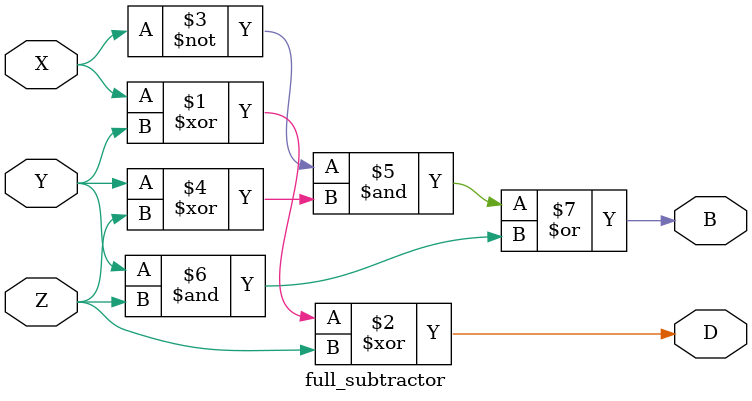
<source format=v>
module full_subtractor
(
      input X, Y, Z, 
	  output D, B
);

assign D = X ^ Y ^ Z;

assign B = ~X & (Y ^ Z) | Y & Z;

endmodule
</source>
